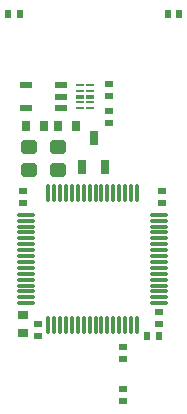
<source format=gtp>
%FSTAX23Y23*%
%MOIN*%
%SFA1B1*%

%IPPOS*%
%AMD10*
4,1,8,0.029500,-0.003000,0.029500,0.003000,0.026600,0.005900,-0.026600,0.005900,-0.029500,0.003000,-0.029500,-0.003000,-0.026600,-0.005900,0.026600,-0.005900,0.029500,-0.003000,0.0*
1,1,0.005900,0.026600,-0.003000*
1,1,0.005900,0.026600,0.003000*
1,1,0.005900,-0.026600,0.003000*
1,1,0.005900,-0.026600,-0.003000*
%
%AMD11*
4,1,8,-0.017000,-0.010800,0.017000,-0.010800,0.019700,-0.008100,0.019700,0.008100,0.017000,0.010800,-0.017000,0.010800,-0.019700,0.008100,-0.019700,-0.008100,-0.017000,-0.010800,0.0*
1,1,0.005420,-0.017000,-0.008100*
1,1,0.005420,0.017000,-0.008100*
1,1,0.005420,0.017000,0.008100*
1,1,0.005420,-0.017000,0.008100*
%
%AMD12*
4,1,8,-0.017000,-0.010800,0.017000,-0.010800,0.019700,-0.008100,0.019700,0.008100,0.017000,0.010800,-0.017000,0.010800,-0.019700,0.008100,-0.019700,-0.008100,-0.017000,-0.010800,0.0*
1,1,0.005420,-0.017000,-0.008100*
1,1,0.005420,0.017000,-0.008100*
1,1,0.005420,0.017000,0.008100*
1,1,0.005420,-0.017000,0.008100*
%
%AMD19*
4,1,8,0.003000,0.029500,-0.003000,0.029500,-0.005900,0.026600,-0.005900,-0.026600,-0.003000,-0.029500,0.003000,-0.029500,0.005900,-0.026600,0.005900,0.026600,0.003000,0.029500,0.0*
1,1,0.005900,0.003000,0.026600*
1,1,0.005900,-0.003000,0.026600*
1,1,0.005900,-0.003000,-0.026600*
1,1,0.005900,0.003000,-0.026600*
%
%AMD20*
4,1,8,-0.015800,-0.023600,0.015800,-0.023600,0.027600,-0.011800,0.027600,0.011800,0.015800,0.023600,-0.015800,0.023600,-0.027600,0.011800,-0.027600,-0.011800,-0.015800,-0.023600,0.0*
1,1,0.023620,-0.015800,-0.011800*
1,1,0.023620,0.015800,-0.011800*
1,1,0.023620,0.015800,0.011800*
1,1,0.023620,-0.015800,0.011800*
%
G04~CAMADD=10~8~0.0~0.0~118.1~590.6~29.5~0.0~15~0.0~0.0~0.0~0.0~0~0.0~0.0~0.0~0.0~0~0.0~0.0~0.0~270.0~590.0~118.0*
%ADD10D10*%
G04~CAMADD=11~8~0.0~0.0~393.7~216.5~27.1~0.0~15~0.0~0.0~0.0~0.0~0~0.0~0.0~0.0~0.0~0~0.0~0.0~0.0~180.0~394.0~217.0*
%ADD11D11*%
G04~CAMADD=12~8~0.0~0.0~393.7~216.5~27.1~0.0~15~0.0~0.0~0.0~0.0~0~0.0~0.0~0.0~0.0~0~0.0~0.0~0.0~180.0~394.0~217.0*
%ADD12D12*%
%ADD13R,0.026770X0.007870*%
%ADD14R,0.026770X0.015750*%
%ADD15R,0.023620X0.027560*%
%ADD16R,0.027560X0.023620*%
%ADD17R,0.027560X0.049210*%
%ADD18R,0.035430X0.027560*%
G04~CAMADD=19~8~0.0~0.0~118.1~590.6~29.5~0.0~15~0.0~0.0~0.0~0.0~0~0.0~0.0~0.0~0.0~0~0.0~0.0~0.0~0.0~118.1~590.6*
%ADD19D19*%
G04~CAMADD=20~8~0.0~0.0~551.2~472.4~118.1~0.0~15~0.0~0.0~0.0~0.0~0~0.0~0.0~0.0~0.0~0~0.0~0.0~0.0~180.0~552.0~473.0*
%ADD20D20*%
%ADD21R,0.027560X0.035430*%
%LNcs_ranka-1*%
%LPD*%
G54D10*
X00114Y00501D03*
X00555D03*
Y0058D03*
Y006D03*
Y00679D03*
Y00442D03*
Y00462D03*
Y00482D03*
Y00521D03*
Y00541D03*
Y00561D03*
Y0062D03*
Y00639D03*
Y00659D03*
Y00698D03*
Y00718D03*
Y00738D03*
X00114Y006D03*
Y0058D03*
Y00679D03*
Y00482D03*
Y00462D03*
Y00442D03*
Y00561D03*
Y00541D03*
Y00521D03*
Y00659D03*
Y00639D03*
Y0062D03*
Y00738D03*
Y00718D03*
Y00698D03*
G54D11*
X00112Y01094D03*
Y01169D03*
X00231D03*
Y01094D03*
G54D12*
X00231Y01131D03*
G54D13*
X00326Y01171D03*
Y01151D03*
Y01112D03*
Y01092D03*
X00292D03*
Y01112D03*
Y01151D03*
Y01171D03*
G54D14*
X00326Y01131D03*
X00292D03*
G54D15*
X00585Y01407D03*
X00624D03*
X00516Y00334D03*
X00555D03*
X00093Y01407D03*
X00053D03*
G54D16*
X00437Y00295D03*
Y00255D03*
Y00118D03*
Y00157D03*
X00555Y00374D03*
Y00413D03*
X0039Y01173D03*
Y01133D03*
Y01082D03*
Y01043D03*
X00152Y00374D03*
Y00334D03*
X00103Y00777D03*
Y00816D03*
X00565D03*
Y00777D03*
G54D17*
X00339Y00994D03*
X00376Y00895D03*
X00301D03*
G54D18*
X00103Y00344D03*
Y00403D03*
G54D19*
X00424Y00811D03*
X00345D03*
X00325D03*
X00246D03*
X00483D03*
X00463D03*
X00443D03*
X00404D03*
X00384D03*
X00364D03*
X00305D03*
X00286D03*
X00266D03*
X00227D03*
X00207D03*
X00187D03*
X00325Y0037D03*
X00345D03*
X00424D03*
X00246D03*
X00443D03*
X00463D03*
X00483D03*
X00364D03*
X00384D03*
X00404D03*
X00266D03*
X00286D03*
X00305D03*
X00187D03*
X00207D03*
X00227D03*
G54D20*
X00219Y00887D03*
Y00962D03*
X00124Y00887D03*
Y00962D03*
G54D21*
X00112Y01033D03*
X00172D03*
X0028D03*
X00221D03*
M02*
</source>
